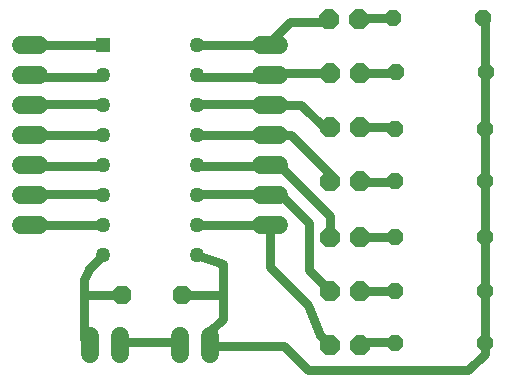
<source format=gbr>
G04 EAGLE Gerber RS-274X export*
G75*
%MOMM*%
%FSLAX34Y34*%
%LPD*%
%INBottom Copper*%
%IPPOS*%
%AMOC8*
5,1,8,0,0,1.08239X$1,22.5*%
G01*
%ADD10R,1.268000X1.268000*%
%ADD11C,1.268000*%
%ADD12C,1.524000*%
%ADD13P,1.429621X8X22.500000*%
%ADD14P,1.814519X8X202.500000*%
%ADD15P,1.732040X8X22.500000*%
%ADD16C,0.762000*%
%ADD17C,0.508000*%
%ADD18C,0.756400*%


D10*
X112700Y317500D03*
D11*
X112700Y292100D03*
X112700Y266700D03*
X112700Y241300D03*
X112700Y215900D03*
X112700Y190500D03*
X112700Y165100D03*
X112700Y139700D03*
X192100Y139700D03*
X192100Y165100D03*
X192100Y190500D03*
X192100Y215900D03*
X192100Y241300D03*
X192100Y266700D03*
X192100Y292100D03*
X192100Y317500D03*
D12*
X58420Y317500D02*
X43180Y317500D01*
X43180Y292100D02*
X58420Y292100D01*
X58420Y266700D02*
X43180Y266700D01*
X43180Y241300D02*
X58420Y241300D01*
X58420Y215900D02*
X43180Y215900D01*
X43180Y190500D02*
X58420Y190500D01*
X58420Y165100D02*
X43180Y165100D01*
X246380Y165100D02*
X261620Y165100D01*
X261620Y190500D02*
X246380Y190500D01*
X246380Y215900D02*
X261620Y215900D01*
X261620Y241300D02*
X246380Y241300D01*
X246380Y266700D02*
X261620Y266700D01*
X261620Y292100D02*
X246380Y292100D01*
X246380Y317500D02*
X261620Y317500D01*
X101600Y71120D02*
X101600Y55880D01*
X127000Y55880D02*
X127000Y71120D01*
X177800Y71120D02*
X177800Y55880D01*
X203200Y55880D02*
X203200Y71120D01*
D13*
X359410Y64770D03*
X435610Y64770D03*
X359410Y109220D03*
X435610Y109220D03*
X359410Y154940D03*
X435610Y154940D03*
X359410Y201930D03*
X435610Y201930D03*
X359410Y246380D03*
X435610Y246380D03*
X360680Y294640D03*
X436880Y294640D03*
X358140Y340360D03*
X434340Y340360D03*
D14*
X330200Y63500D03*
X304800Y63500D03*
X330200Y109220D03*
X304800Y109220D03*
X330200Y154940D03*
X304800Y154940D03*
X330200Y201930D03*
X304800Y201930D03*
X330200Y247650D03*
X304800Y247650D03*
X330200Y293370D03*
X304800Y293370D03*
X328930Y339090D03*
X303530Y339090D03*
D15*
X128270Y105410D03*
X179070Y105410D03*
D16*
X112268Y316992D02*
X52832Y316992D01*
D17*
X112268Y316992D02*
X112700Y317500D01*
X52832Y316992D02*
X50800Y317500D01*
D16*
X52832Y290576D02*
X112268Y290576D01*
D17*
X112700Y292100D01*
X52832Y290576D02*
X50800Y292100D01*
D16*
X52832Y267462D02*
X112268Y267462D01*
D17*
X112700Y266700D01*
X52832Y267462D02*
X50800Y266700D01*
D16*
X52832Y241046D02*
X112268Y241046D01*
D17*
X112700Y241300D01*
X52832Y241046D02*
X50800Y241300D01*
D16*
X52832Y214630D02*
X112268Y214630D01*
D17*
X112700Y215900D01*
X52832Y214630D02*
X50800Y215900D01*
D16*
X52832Y191516D02*
X112268Y191516D01*
D17*
X112700Y190500D01*
X52832Y191516D02*
X50800Y190500D01*
D16*
X50800Y165100D02*
X112700Y165100D01*
X96520Y118228D02*
X96520Y105664D01*
X96520Y68580D01*
X101600Y63500D01*
X96520Y118228D02*
X100435Y127435D01*
X112700Y139700D01*
X105664Y105664D02*
X96520Y105664D01*
X105664Y105664D02*
X125476Y105664D01*
D17*
X128270Y105410D01*
D16*
X194818Y316992D02*
X250952Y316992D01*
D17*
X194818Y316992D02*
X192100Y317500D01*
X250952Y316992D02*
X254000Y317500D01*
D16*
X270764Y336804D02*
X300482Y336804D01*
X270764Y336804D02*
X254254Y320294D01*
X300482Y336804D02*
X303530Y339090D01*
D17*
X254254Y320294D02*
X254000Y317500D01*
D16*
X250952Y267462D02*
X194818Y267462D01*
D17*
X192100Y266700D01*
X250952Y267462D02*
X254000Y266700D01*
D16*
X299466Y247650D02*
X304800Y247650D01*
X299466Y247650D02*
X280416Y266700D01*
X254000Y266700D01*
X250952Y241046D02*
X194818Y241046D01*
D17*
X192100Y241300D01*
X250952Y241046D02*
X254000Y241300D01*
D16*
X271780Y241300D01*
X304800Y208280D02*
X304800Y201930D01*
X304800Y208280D02*
X271780Y241300D01*
X250952Y214630D02*
X194818Y214630D01*
D17*
X192100Y215900D01*
X250952Y214630D02*
X254000Y215900D01*
D16*
X304800Y172593D02*
X304800Y154940D01*
X304800Y172593D02*
X261493Y215900D01*
X254000Y215900D01*
X250952Y191516D02*
X194818Y191516D01*
D17*
X192100Y190500D01*
X250952Y191516D02*
X254000Y190500D01*
D16*
X304546Y109220D02*
X304800Y109220D01*
X304546Y109220D02*
X286766Y127000D01*
X286766Y166624D01*
X262890Y190500D01*
X254000Y190500D01*
X254000Y165100D02*
X192100Y165100D01*
X254254Y129286D02*
X286173Y97367D01*
X254254Y129286D02*
X254254Y165100D01*
X296333Y71967D02*
X304800Y63500D01*
X296333Y71967D02*
X286173Y97367D01*
D17*
X254254Y165100D02*
X254000Y165100D01*
D16*
X175006Y66040D02*
X128778Y66040D01*
X127000Y63500D01*
X175006Y66040D02*
X177800Y63500D01*
X330200Y66040D02*
X356616Y66040D01*
X359410Y64770D01*
X330200Y66040D02*
X330200Y63500D01*
X330200Y108966D02*
X356616Y108966D01*
X359410Y109220D01*
X330200Y109220D02*
X330200Y108966D01*
X330200Y155194D02*
X356616Y155194D01*
X359410Y154940D01*
X330200Y154940D02*
X330200Y155194D01*
X330200Y201422D02*
X356616Y201422D01*
X359410Y201930D01*
X330200Y201930D02*
X330200Y201422D01*
X330200Y247650D02*
X356616Y247650D01*
X359410Y246380D01*
X359918Y293878D02*
X330200Y293878D01*
X359918Y293878D02*
X360680Y294640D01*
X330200Y293878D02*
X330200Y293370D01*
X330200Y340106D02*
X356616Y340106D01*
X330200Y340106D02*
X328930Y339090D01*
D18*
X356616Y340106D03*
D16*
X358140Y340360D02*
X359918Y340106D01*
X356616Y340106D01*
X250952Y290576D02*
X194818Y290576D01*
D17*
X192100Y292100D01*
X250952Y290576D02*
X254000Y292100D01*
D16*
X254254Y293878D02*
X303784Y293878D01*
D17*
X304800Y293370D01*
X254254Y293878D02*
X254000Y292100D01*
X203200Y74930D02*
X203200Y63500D01*
D16*
X203200Y74930D02*
X213868Y85598D01*
X213868Y105664D02*
X213868Y131563D01*
X213868Y105664D02*
X213868Y85598D01*
X213868Y131563D02*
X192100Y139700D01*
X435864Y297180D02*
X435864Y336804D01*
D17*
X435864Y297180D02*
X436880Y294640D01*
D16*
X435864Y244348D02*
X435864Y204724D01*
X435610Y201930D01*
X435864Y244348D02*
X435610Y246380D01*
X435864Y108966D02*
X435864Y66040D01*
D17*
X435610Y64770D01*
D16*
X435864Y108966D02*
X435610Y109220D01*
X435864Y112268D02*
X435864Y151892D01*
D17*
X435610Y154940D01*
X435864Y112268D02*
X435610Y109220D01*
D16*
X435864Y155194D02*
X435864Y201422D01*
D17*
X435610Y201930D01*
D16*
X435864Y155194D02*
X435610Y154940D01*
X435864Y247650D02*
X435864Y293878D01*
D17*
X436880Y294640D01*
D16*
X435864Y247650D02*
X435610Y246380D01*
X265684Y62738D02*
X204724Y62738D01*
X265684Y62738D02*
X286512Y41910D01*
X421894Y41910D01*
X435610Y55626D02*
X435610Y64770D01*
X435610Y55626D02*
X421894Y41910D01*
X204724Y62738D02*
X203200Y63500D01*
D18*
X435864Y336804D03*
D16*
X435864Y340106D02*
X434340Y340360D01*
D17*
X435864Y340106D02*
X435864Y336804D01*
D16*
X213868Y105664D02*
X208026Y105664D01*
X181610Y105664D01*
D17*
X179070Y105410D01*
M02*

</source>
